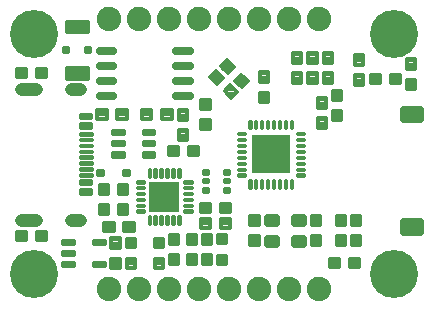
<source format=gbr>
G04 EAGLE Gerber RS-274X export*
G75*
%MOMM*%
%FSLAX34Y34*%
%LPD*%
%INSoldermask Top*%
%IPPOS*%
%AMOC8*
5,1,8,0,0,1.08239X$1,22.5*%
G01*
%ADD10C,0.376669*%
%ADD11C,2.076200*%
%ADD12C,0.438338*%
%ADD13C,0.403338*%
%ADD14C,0.338100*%
%ADD15C,0.263381*%
%ADD16R,3.226200X3.226200*%
%ADD17C,0.480059*%
%ADD18C,0.217281*%
%ADD19R,2.576200X2.576200*%
%ADD20C,0.623384*%
%ADD21C,0.501906*%
%ADD22C,1.076200*%
%ADD23C,0.225719*%
%ADD24C,0.378672*%
%ADD25C,0.776200*%
%ADD26C,0.411669*%
%ADD27C,4.076200*%
%ADD28C,0.405719*%


D10*
X95193Y-64712D02*
X87197Y-64712D01*
X87197Y-57716D01*
X95193Y-57716D01*
X95193Y-64712D01*
X95193Y-61133D02*
X87197Y-61133D01*
X104197Y-64712D02*
X112193Y-64712D01*
X104197Y-64712D02*
X104197Y-57716D01*
X112193Y-57716D01*
X112193Y-64712D01*
X112193Y-61133D02*
X104197Y-61133D01*
X312543Y60002D02*
X320539Y60002D01*
X312543Y60002D02*
X312543Y66998D01*
X320539Y66998D01*
X320539Y60002D01*
X320539Y63581D02*
X312543Y63581D01*
X329543Y60002D02*
X337539Y60002D01*
X329543Y60002D02*
X329543Y66998D01*
X337539Y66998D01*
X337539Y60002D01*
X337539Y63581D02*
X329543Y63581D01*
X210878Y-52018D02*
X210878Y-60014D01*
X210878Y-52018D02*
X217874Y-52018D01*
X217874Y-60014D01*
X210878Y-60014D01*
X210878Y-56435D02*
X217874Y-56435D01*
X217874Y-52856D02*
X210878Y-52856D01*
X210878Y-69018D02*
X210878Y-77014D01*
X210878Y-69018D02*
X217874Y-69018D01*
X217874Y-77014D01*
X210878Y-77014D01*
X210878Y-73435D02*
X217874Y-73435D01*
X217874Y-69856D02*
X210878Y-69856D01*
X294888Y-88450D02*
X302884Y-88450D01*
X302884Y-95446D01*
X294888Y-95446D01*
X294888Y-88450D01*
X294888Y-91867D02*
X302884Y-91867D01*
X285884Y-88450D02*
X277888Y-88450D01*
X285884Y-88450D02*
X285884Y-95446D01*
X277888Y-95446D01*
X277888Y-88450D01*
X277888Y-91867D02*
X285884Y-91867D01*
X21046Y65520D02*
X13050Y65520D01*
X13050Y72516D01*
X21046Y72516D01*
X21046Y65520D01*
X21046Y69099D02*
X13050Y69099D01*
X30050Y65520D02*
X38046Y65520D01*
X30050Y65520D02*
X30050Y72516D01*
X38046Y72516D01*
X38046Y65520D01*
X38046Y69099D02*
X30050Y69099D01*
X30061Y-65638D02*
X38057Y-65638D01*
X38057Y-72634D01*
X30061Y-72634D01*
X30061Y-65638D01*
X30061Y-69055D02*
X38057Y-69055D01*
X21057Y-65638D02*
X13061Y-65638D01*
X21057Y-65638D02*
X21057Y-72634D01*
X13061Y-72634D01*
X13061Y-65638D01*
X13061Y-69055D02*
X21057Y-69055D01*
X150426Y29235D02*
X150426Y37231D01*
X157422Y37231D01*
X157422Y29235D01*
X150426Y29235D01*
X150426Y32814D02*
X157422Y32814D01*
X157422Y36393D02*
X150426Y36393D01*
X150426Y20231D02*
X150426Y12235D01*
X150426Y20231D02*
X157422Y20231D01*
X157422Y12235D01*
X150426Y12235D01*
X150426Y15814D02*
X157422Y15814D01*
X157422Y19393D02*
X150426Y19393D01*
X144038Y37280D02*
X136042Y37280D01*
X144038Y37280D02*
X144038Y30284D01*
X136042Y30284D01*
X136042Y37280D01*
X136042Y33863D02*
X144038Y33863D01*
X127038Y37280D02*
X119042Y37280D01*
X127038Y37280D02*
X127038Y30284D01*
X119042Y30284D01*
X119042Y37280D01*
X119042Y33863D02*
X127038Y33863D01*
X269944Y-69018D02*
X269944Y-77014D01*
X262948Y-77014D01*
X262948Y-69018D01*
X269944Y-69018D01*
X269944Y-73435D02*
X262948Y-73435D01*
X262948Y-69856D02*
X269944Y-69856D01*
X269944Y-60014D02*
X269944Y-52018D01*
X269944Y-60014D02*
X262948Y-60014D01*
X262948Y-52018D01*
X269944Y-52018D01*
X269944Y-56435D02*
X262948Y-56435D01*
X262948Y-52856D02*
X269944Y-52856D01*
X157859Y-68147D02*
X157859Y-76143D01*
X157859Y-68147D02*
X164855Y-68147D01*
X164855Y-76143D01*
X157859Y-76143D01*
X157859Y-72564D02*
X164855Y-72564D01*
X164855Y-68985D02*
X157859Y-68985D01*
X157859Y-85147D02*
X157859Y-93143D01*
X157859Y-85147D02*
X164855Y-85147D01*
X164855Y-93143D01*
X157859Y-93143D01*
X157859Y-89564D02*
X164855Y-89564D01*
X164855Y-85985D02*
X157859Y-85985D01*
X275119Y22427D02*
X275119Y30423D01*
X275119Y22427D02*
X268123Y22427D01*
X268123Y30423D01*
X275119Y30423D01*
X275119Y26006D02*
X268123Y26006D01*
X268123Y29585D02*
X275119Y29585D01*
X275119Y39427D02*
X275119Y47423D01*
X275119Y39427D02*
X268123Y39427D01*
X268123Y47423D01*
X275119Y47423D01*
X275119Y43006D02*
X268123Y43006D01*
X268123Y46585D02*
X275119Y46585D01*
X106224Y37280D02*
X98228Y37280D01*
X106224Y37280D02*
X106224Y30284D01*
X98228Y30284D01*
X98228Y37280D01*
X98228Y33863D02*
X106224Y33863D01*
X89224Y37280D02*
X81228Y37280D01*
X89224Y37280D02*
X89224Y30284D01*
X81228Y30284D01*
X81228Y37280D01*
X81228Y33863D02*
X89224Y33863D01*
X287788Y36773D02*
X287788Y28777D01*
X280792Y28777D01*
X280792Y36773D01*
X287788Y36773D01*
X287788Y32356D02*
X280792Y32356D01*
X280792Y35935D02*
X287788Y35935D01*
X287788Y45777D02*
X287788Y53773D01*
X287788Y45777D02*
X280792Y45777D01*
X280792Y53773D01*
X287788Y53773D01*
X287788Y49356D02*
X280792Y49356D01*
X280792Y52935D02*
X287788Y52935D01*
D11*
X91440Y-114300D03*
X116840Y-114300D03*
X142240Y-114300D03*
X167640Y-114300D03*
X193040Y-114300D03*
X218440Y-114300D03*
X243840Y-114300D03*
X269240Y-114300D03*
X269240Y114300D03*
X243840Y114300D03*
X218440Y114300D03*
X193040Y114300D03*
X167640Y114300D03*
X142240Y114300D03*
X116840Y114300D03*
X91440Y114300D03*
D10*
X99537Y-25881D02*
X99537Y-33877D01*
X99537Y-25881D02*
X106533Y-25881D01*
X106533Y-33877D01*
X99537Y-33877D01*
X99537Y-30298D02*
X106533Y-30298D01*
X106533Y-26719D02*
X99537Y-26719D01*
X99537Y-42881D02*
X99537Y-50877D01*
X99537Y-42881D02*
X106533Y-42881D01*
X106533Y-50877D01*
X99537Y-50877D01*
X99537Y-47298D02*
X106533Y-47298D01*
X106533Y-43719D02*
X99537Y-43719D01*
X299397Y75940D02*
X299397Y83936D01*
X306393Y83936D01*
X306393Y75940D01*
X299397Y75940D01*
X299397Y79519D02*
X306393Y79519D01*
X306393Y83098D02*
X299397Y83098D01*
X299397Y66936D02*
X299397Y58940D01*
X299397Y66936D02*
X306393Y66936D01*
X306393Y58940D01*
X299397Y58940D01*
X299397Y62519D02*
X306393Y62519D01*
X306393Y66098D02*
X299397Y66098D01*
X343530Y72368D02*
X343530Y80364D01*
X350526Y80364D01*
X350526Y72368D01*
X343530Y72368D01*
X343530Y75947D02*
X350526Y75947D01*
X350526Y79526D02*
X343530Y79526D01*
X343530Y63364D02*
X343530Y55368D01*
X343530Y63364D02*
X350526Y63364D01*
X350526Y55368D01*
X343530Y55368D01*
X343530Y58947D02*
X350526Y58947D01*
X350526Y62526D02*
X343530Y62526D01*
X272854Y77527D02*
X272854Y85523D01*
X279850Y85523D01*
X279850Y77527D01*
X272854Y77527D01*
X272854Y81106D02*
X279850Y81106D01*
X279850Y84685D02*
X272854Y84685D01*
X272854Y68523D02*
X272854Y60527D01*
X272854Y68523D02*
X279850Y68523D01*
X279850Y60527D01*
X272854Y60527D01*
X272854Y64106D02*
X279850Y64106D01*
X279850Y67685D02*
X272854Y67685D01*
X266896Y68523D02*
X266896Y60527D01*
X259900Y60527D01*
X259900Y68523D01*
X266896Y68523D01*
X266896Y64106D02*
X259900Y64106D01*
X259900Y67685D02*
X266896Y67685D01*
X266896Y77527D02*
X266896Y85523D01*
X266896Y77527D02*
X259900Y77527D01*
X259900Y85523D01*
X266896Y85523D01*
X266896Y81106D02*
X259900Y81106D01*
X259900Y84685D02*
X266896Y84685D01*
X218736Y69327D02*
X218736Y61331D01*
X218736Y69327D02*
X225732Y69327D01*
X225732Y61331D01*
X218736Y61331D01*
X218736Y64910D02*
X225732Y64910D01*
X225732Y68489D02*
X218736Y68489D01*
X218736Y52327D02*
X218736Y44331D01*
X218736Y52327D02*
X225732Y52327D01*
X225732Y44331D01*
X218736Y44331D01*
X218736Y47910D02*
X225732Y47910D01*
X225732Y51489D02*
X218736Y51489D01*
X182555Y59818D02*
X176902Y65471D01*
X181849Y70418D01*
X187502Y64765D01*
X182555Y59818D01*
X186134Y63397D02*
X178976Y63397D01*
X178407Y66976D02*
X185291Y66976D01*
X188923Y53450D02*
X194576Y47797D01*
X188923Y53450D02*
X193870Y58397D01*
X199523Y52744D01*
X194576Y47797D01*
X198155Y51376D02*
X190997Y51376D01*
X190428Y54955D02*
X197312Y54955D01*
X191586Y68886D02*
X185933Y74539D01*
X190880Y79486D01*
X196533Y73833D01*
X191586Y68886D01*
X195165Y72465D02*
X188007Y72465D01*
X187438Y76044D02*
X194322Y76044D01*
X197953Y62519D02*
X203606Y56866D01*
X197953Y62519D02*
X202900Y67466D01*
X208553Y61813D01*
X203606Y56866D01*
X207185Y60445D02*
X200027Y60445D01*
X199458Y64024D02*
X206342Y64024D01*
X176759Y-49129D02*
X168763Y-49129D01*
X168763Y-42133D01*
X176759Y-42133D01*
X176759Y-49129D01*
X176759Y-45550D02*
X168763Y-45550D01*
X185763Y-49129D02*
X193759Y-49129D01*
X185763Y-49129D02*
X185763Y-42133D01*
X193759Y-42133D01*
X193759Y-49129D01*
X193759Y-45550D02*
X185763Y-45550D01*
X176810Y-62089D02*
X168814Y-62089D01*
X168814Y-55093D01*
X176810Y-55093D01*
X176810Y-62089D01*
X176810Y-58510D02*
X168814Y-58510D01*
X185814Y-62089D02*
X193810Y-62089D01*
X185814Y-62089D02*
X185814Y-55093D01*
X193810Y-55093D01*
X193810Y-62089D01*
X193810Y-58510D02*
X185814Y-58510D01*
X177488Y-85147D02*
X177488Y-93143D01*
X170492Y-93143D01*
X170492Y-85147D01*
X177488Y-85147D01*
X177488Y-89564D02*
X170492Y-89564D01*
X170492Y-85985D02*
X177488Y-85985D01*
X177488Y-76143D02*
X177488Y-68147D01*
X177488Y-76143D02*
X170492Y-76143D01*
X170492Y-68147D01*
X177488Y-68147D01*
X177488Y-72564D02*
X170492Y-72564D01*
X170492Y-68985D02*
X177488Y-68985D01*
X290963Y-69008D02*
X290963Y-77004D01*
X283967Y-77004D01*
X283967Y-69008D01*
X290963Y-69008D01*
X290963Y-73425D02*
X283967Y-73425D01*
X283967Y-69846D02*
X290963Y-69846D01*
X290963Y-60004D02*
X290963Y-52008D01*
X290963Y-60004D02*
X283967Y-60004D01*
X283967Y-52008D01*
X290963Y-52008D01*
X290963Y-56425D02*
X283967Y-56425D01*
X283967Y-52846D02*
X290963Y-52846D01*
X176253Y21383D02*
X176253Y29379D01*
X176253Y21383D02*
X169257Y21383D01*
X169257Y29379D01*
X176253Y29379D01*
X176253Y24962D02*
X169257Y24962D01*
X169257Y28541D02*
X176253Y28541D01*
X176253Y38383D02*
X176253Y46379D01*
X176253Y38383D02*
X169257Y38383D01*
X169257Y46379D01*
X176253Y46379D01*
X176253Y41962D02*
X169257Y41962D01*
X169257Y45541D02*
X176253Y45541D01*
X253688Y60527D02*
X253688Y68523D01*
X253688Y60527D02*
X246692Y60527D01*
X246692Y68523D01*
X253688Y68523D01*
X253688Y64106D02*
X246692Y64106D01*
X246692Y67685D02*
X253688Y67685D01*
X253688Y77527D02*
X253688Y85523D01*
X253688Y77527D02*
X246692Y77527D01*
X246692Y85523D01*
X253688Y85523D01*
X253688Y81106D02*
X246692Y81106D01*
X246692Y84685D02*
X253688Y84685D01*
X296952Y-52008D02*
X296952Y-60004D01*
X296952Y-52008D02*
X303948Y-52008D01*
X303948Y-60004D01*
X296952Y-60004D01*
X296952Y-56425D02*
X303948Y-56425D01*
X303948Y-52846D02*
X296952Y-52846D01*
X296952Y-69008D02*
X296952Y-77004D01*
X296952Y-69008D02*
X303948Y-69008D01*
X303948Y-77004D01*
X296952Y-77004D01*
X296952Y-73425D02*
X303948Y-73425D01*
X303948Y-69846D02*
X296952Y-69846D01*
D12*
X52405Y-73126D02*
X52405Y-75006D01*
X52405Y-73126D02*
X60785Y-73126D01*
X60785Y-75006D01*
X52405Y-75006D01*
X52405Y-82626D02*
X52405Y-84506D01*
X52405Y-82626D02*
X60785Y-82626D01*
X60785Y-84506D01*
X52405Y-84506D01*
X52405Y-92126D02*
X52405Y-94006D01*
X52405Y-92126D02*
X60785Y-92126D01*
X60785Y-94006D01*
X52405Y-94006D01*
X78407Y-94006D02*
X78407Y-92126D01*
X86787Y-92126D01*
X86787Y-94006D01*
X78407Y-94006D01*
X78407Y-75006D02*
X78407Y-73126D01*
X86787Y-73126D01*
X86787Y-75006D01*
X78407Y-75006D01*
D13*
X192214Y-30831D02*
X192214Y-29101D01*
X192214Y-30831D02*
X189642Y-30831D01*
X189642Y-29101D01*
X192214Y-29101D01*
D14*
X192540Y-23157D02*
X192540Y-21775D01*
X192540Y-23157D02*
X189316Y-23157D01*
X189316Y-21775D01*
X192540Y-21775D01*
D13*
X192214Y-15831D02*
X192214Y-14101D01*
X192214Y-15831D02*
X189642Y-15831D01*
X189642Y-14101D01*
X192214Y-14101D01*
X174214Y-14101D02*
X174214Y-15831D01*
X171642Y-15831D01*
X171642Y-14101D01*
X174214Y-14101D01*
D14*
X174540Y-21775D02*
X174540Y-23157D01*
X171316Y-23157D01*
X171316Y-21775D01*
X174540Y-21775D01*
D13*
X174214Y-29101D02*
X174214Y-30831D01*
X171642Y-30831D01*
X171642Y-29101D01*
X174214Y-29101D01*
D15*
X249901Y-17013D02*
X256029Y-17013D01*
X256029Y-17987D01*
X249901Y-17987D01*
X249901Y-17013D01*
X249901Y-12013D02*
X256029Y-12013D01*
X256029Y-12987D01*
X249901Y-12987D01*
X249901Y-12013D01*
X249901Y-7013D02*
X256029Y-7013D01*
X256029Y-7987D01*
X249901Y-7987D01*
X249901Y-7013D01*
X249901Y-2013D02*
X256029Y-2013D01*
X256029Y-2987D01*
X249901Y-2987D01*
X249901Y-2013D01*
X249901Y2987D02*
X256029Y2987D01*
X256029Y2013D01*
X249901Y2013D01*
X249901Y2987D01*
X249901Y7987D02*
X256029Y7987D01*
X256029Y7013D01*
X249901Y7013D01*
X249901Y7987D01*
X249901Y12987D02*
X256029Y12987D01*
X256029Y12013D01*
X249901Y12013D01*
X249901Y12987D01*
X249901Y17987D02*
X256029Y17987D01*
X256029Y17013D01*
X249901Y17013D01*
X249901Y17987D01*
X244978Y21936D02*
X244978Y28064D01*
X245952Y28064D01*
X245952Y21936D01*
X244978Y21936D01*
X244978Y24438D02*
X245952Y24438D01*
X245952Y26940D02*
X244978Y26940D01*
X239978Y28064D02*
X239978Y21936D01*
X239978Y28064D02*
X240952Y28064D01*
X240952Y21936D01*
X239978Y21936D01*
X239978Y24438D02*
X240952Y24438D01*
X240952Y26940D02*
X239978Y26940D01*
X234978Y28064D02*
X234978Y21936D01*
X234978Y28064D02*
X235952Y28064D01*
X235952Y21936D01*
X234978Y21936D01*
X234978Y24438D02*
X235952Y24438D01*
X235952Y26940D02*
X234978Y26940D01*
X229978Y28064D02*
X229978Y21936D01*
X229978Y28064D02*
X230952Y28064D01*
X230952Y21936D01*
X229978Y21936D01*
X229978Y24438D02*
X230952Y24438D01*
X230952Y26940D02*
X229978Y26940D01*
X224978Y28064D02*
X224978Y21936D01*
X224978Y28064D02*
X225952Y28064D01*
X225952Y21936D01*
X224978Y21936D01*
X224978Y24438D02*
X225952Y24438D01*
X225952Y26940D02*
X224978Y26940D01*
X219978Y28064D02*
X219978Y21936D01*
X219978Y28064D02*
X220952Y28064D01*
X220952Y21936D01*
X219978Y21936D01*
X219978Y24438D02*
X220952Y24438D01*
X220952Y26940D02*
X219978Y26940D01*
X214978Y28064D02*
X214978Y21936D01*
X214978Y28064D02*
X215952Y28064D01*
X215952Y21936D01*
X214978Y21936D01*
X214978Y24438D02*
X215952Y24438D01*
X215952Y26940D02*
X214978Y26940D01*
X209978Y28064D02*
X209978Y21936D01*
X209978Y28064D02*
X210952Y28064D01*
X210952Y21936D01*
X209978Y21936D01*
X209978Y24438D02*
X210952Y24438D01*
X210952Y26940D02*
X209978Y26940D01*
X206029Y17013D02*
X199901Y17013D01*
X199901Y17987D01*
X206029Y17987D01*
X206029Y17013D01*
X206029Y12013D02*
X199901Y12013D01*
X199901Y12987D01*
X206029Y12987D01*
X206029Y12013D01*
X206029Y7013D02*
X199901Y7013D01*
X199901Y7987D01*
X206029Y7987D01*
X206029Y7013D01*
X206029Y2013D02*
X199901Y2013D01*
X199901Y2987D01*
X206029Y2987D01*
X206029Y2013D01*
X206029Y-2987D02*
X199901Y-2987D01*
X199901Y-2013D01*
X206029Y-2013D01*
X206029Y-2987D01*
X206029Y-7987D02*
X199901Y-7987D01*
X199901Y-7013D01*
X206029Y-7013D01*
X206029Y-7987D01*
X206029Y-12987D02*
X199901Y-12987D01*
X199901Y-12013D01*
X206029Y-12013D01*
X206029Y-12987D01*
X206029Y-17987D02*
X199901Y-17987D01*
X199901Y-17013D01*
X206029Y-17013D01*
X206029Y-17987D01*
X210952Y-21936D02*
X210952Y-28064D01*
X209978Y-28064D01*
X209978Y-21936D01*
X210952Y-21936D01*
X210952Y-25562D02*
X209978Y-25562D01*
X209978Y-23060D02*
X210952Y-23060D01*
X215952Y-21936D02*
X215952Y-28064D01*
X214978Y-28064D01*
X214978Y-21936D01*
X215952Y-21936D01*
X215952Y-25562D02*
X214978Y-25562D01*
X214978Y-23060D02*
X215952Y-23060D01*
X220952Y-21936D02*
X220952Y-28064D01*
X219978Y-28064D01*
X219978Y-21936D01*
X220952Y-21936D01*
X220952Y-25562D02*
X219978Y-25562D01*
X219978Y-23060D02*
X220952Y-23060D01*
X225952Y-21936D02*
X225952Y-28064D01*
X224978Y-28064D01*
X224978Y-21936D01*
X225952Y-21936D01*
X225952Y-25562D02*
X224978Y-25562D01*
X224978Y-23060D02*
X225952Y-23060D01*
X230952Y-21936D02*
X230952Y-28064D01*
X229978Y-28064D01*
X229978Y-21936D01*
X230952Y-21936D01*
X230952Y-25562D02*
X229978Y-25562D01*
X229978Y-23060D02*
X230952Y-23060D01*
X235952Y-21936D02*
X235952Y-28064D01*
X234978Y-28064D01*
X234978Y-21936D01*
X235952Y-21936D01*
X235952Y-25562D02*
X234978Y-25562D01*
X234978Y-23060D02*
X235952Y-23060D01*
X240952Y-21936D02*
X240952Y-28064D01*
X239978Y-28064D01*
X239978Y-21936D01*
X240952Y-21936D01*
X240952Y-25562D02*
X239978Y-25562D01*
X239978Y-23060D02*
X240952Y-23060D01*
X245952Y-21936D02*
X245952Y-28064D01*
X244978Y-28064D01*
X244978Y-21936D01*
X245952Y-21936D01*
X245952Y-25562D02*
X244978Y-25562D01*
X244978Y-23060D02*
X245952Y-23060D01*
D16*
X227965Y0D03*
D17*
X82244Y86563D02*
X82244Y88621D01*
X95224Y88621D01*
X95224Y86563D01*
X82244Y86563D01*
X82244Y75921D02*
X82244Y73863D01*
X82244Y75921D02*
X95224Y75921D01*
X95224Y73863D01*
X82244Y73863D01*
X82244Y63221D02*
X82244Y61163D01*
X82244Y63221D02*
X95224Y63221D01*
X95224Y61163D01*
X82244Y61163D01*
X82244Y50521D02*
X82244Y48463D01*
X82244Y50521D02*
X95224Y50521D01*
X95224Y48463D01*
X82244Y48463D01*
X147268Y48463D02*
X147268Y50521D01*
X160248Y50521D01*
X160248Y48463D01*
X147268Y48463D01*
X147268Y61163D02*
X147268Y63221D01*
X160248Y63221D01*
X160248Y61163D01*
X147268Y61163D01*
X147268Y73863D02*
X147268Y75921D01*
X160248Y75921D01*
X160248Y73863D01*
X147268Y73863D01*
X147268Y86563D02*
X147268Y88621D01*
X160248Y88621D01*
X160248Y86563D01*
X147268Y86563D01*
D18*
X150927Y-12392D02*
X150927Y-18982D01*
X149537Y-18982D01*
X149537Y-12392D01*
X150927Y-12392D01*
X150927Y-16918D02*
X149537Y-16918D01*
X149537Y-14854D02*
X150927Y-14854D01*
X150927Y-12790D02*
X149537Y-12790D01*
X145927Y-12392D02*
X145927Y-18982D01*
X144537Y-18982D01*
X144537Y-12392D01*
X145927Y-12392D01*
X145927Y-16918D02*
X144537Y-16918D01*
X144537Y-14854D02*
X145927Y-14854D01*
X145927Y-12790D02*
X144537Y-12790D01*
X140927Y-12392D02*
X140927Y-18982D01*
X139537Y-18982D01*
X139537Y-12392D01*
X140927Y-12392D01*
X140927Y-16918D02*
X139537Y-16918D01*
X139537Y-14854D02*
X140927Y-14854D01*
X140927Y-12790D02*
X139537Y-12790D01*
X135927Y-12392D02*
X135927Y-18982D01*
X134537Y-18982D01*
X134537Y-12392D01*
X135927Y-12392D01*
X135927Y-16918D02*
X134537Y-16918D01*
X134537Y-14854D02*
X135927Y-14854D01*
X135927Y-12790D02*
X134537Y-12790D01*
X130927Y-12392D02*
X130927Y-18982D01*
X129537Y-18982D01*
X129537Y-12392D01*
X130927Y-12392D01*
X130927Y-16918D02*
X129537Y-16918D01*
X129537Y-14854D02*
X130927Y-14854D01*
X130927Y-12790D02*
X129537Y-12790D01*
X125927Y-12392D02*
X125927Y-18982D01*
X124537Y-18982D01*
X124537Y-12392D01*
X125927Y-12392D01*
X125927Y-16918D02*
X124537Y-16918D01*
X124537Y-14854D02*
X125927Y-14854D01*
X125927Y-12790D02*
X124537Y-12790D01*
X121027Y-23882D02*
X114437Y-23882D01*
X114437Y-22492D01*
X121027Y-22492D01*
X121027Y-23882D01*
X121027Y-28882D02*
X114437Y-28882D01*
X114437Y-27492D01*
X121027Y-27492D01*
X121027Y-28882D01*
X121027Y-33882D02*
X114437Y-33882D01*
X114437Y-32492D01*
X121027Y-32492D01*
X121027Y-33882D01*
X121027Y-38882D02*
X114437Y-38882D01*
X114437Y-37492D01*
X121027Y-37492D01*
X121027Y-38882D01*
X121027Y-43882D02*
X114437Y-43882D01*
X114437Y-42492D01*
X121027Y-42492D01*
X121027Y-43882D01*
X121027Y-48882D02*
X114437Y-48882D01*
X114437Y-47492D01*
X121027Y-47492D01*
X121027Y-48882D01*
X124537Y-52392D02*
X124537Y-58982D01*
X124537Y-52392D02*
X125927Y-52392D01*
X125927Y-58982D01*
X124537Y-58982D01*
X124537Y-56918D02*
X125927Y-56918D01*
X125927Y-54854D02*
X124537Y-54854D01*
X124537Y-52790D02*
X125927Y-52790D01*
X129537Y-52392D02*
X129537Y-58982D01*
X129537Y-52392D02*
X130927Y-52392D01*
X130927Y-58982D01*
X129537Y-58982D01*
X129537Y-56918D02*
X130927Y-56918D01*
X130927Y-54854D02*
X129537Y-54854D01*
X129537Y-52790D02*
X130927Y-52790D01*
X134537Y-52392D02*
X134537Y-58982D01*
X134537Y-52392D02*
X135927Y-52392D01*
X135927Y-58982D01*
X134537Y-58982D01*
X134537Y-56918D02*
X135927Y-56918D01*
X135927Y-54854D02*
X134537Y-54854D01*
X134537Y-52790D02*
X135927Y-52790D01*
X139537Y-52392D02*
X139537Y-58982D01*
X139537Y-52392D02*
X140927Y-52392D01*
X140927Y-58982D01*
X139537Y-58982D01*
X139537Y-56918D02*
X140927Y-56918D01*
X140927Y-54854D02*
X139537Y-54854D01*
X139537Y-52790D02*
X140927Y-52790D01*
X144537Y-52392D02*
X144537Y-58982D01*
X144537Y-52392D02*
X145927Y-52392D01*
X145927Y-58982D01*
X144537Y-58982D01*
X144537Y-56918D02*
X145927Y-56918D01*
X145927Y-54854D02*
X144537Y-54854D01*
X144537Y-52790D02*
X145927Y-52790D01*
X149537Y-52392D02*
X149537Y-58982D01*
X149537Y-52392D02*
X150927Y-52392D01*
X150927Y-58982D01*
X149537Y-58982D01*
X149537Y-56918D02*
X150927Y-56918D01*
X150927Y-54854D02*
X149537Y-54854D01*
X149537Y-52790D02*
X150927Y-52790D01*
X154437Y-47492D02*
X161027Y-47492D01*
X161027Y-48882D01*
X154437Y-48882D01*
X154437Y-47492D01*
X154437Y-42492D02*
X161027Y-42492D01*
X161027Y-43882D01*
X154437Y-43882D01*
X154437Y-42492D01*
X154437Y-37492D02*
X161027Y-37492D01*
X161027Y-38882D01*
X154437Y-38882D01*
X154437Y-37492D01*
X154437Y-32492D02*
X161027Y-32492D01*
X161027Y-33882D01*
X154437Y-33882D01*
X154437Y-32492D01*
X154437Y-27492D02*
X161027Y-27492D01*
X161027Y-28882D01*
X154437Y-28882D01*
X154437Y-27492D01*
X154437Y-22492D02*
X161027Y-22492D01*
X161027Y-23882D01*
X154437Y-23882D01*
X154437Y-22492D01*
D19*
X137732Y-35687D03*
D20*
X225020Y-58280D02*
X232548Y-58280D01*
X225020Y-58280D02*
X225020Y-52752D01*
X232548Y-52752D01*
X232548Y-58280D01*
X248020Y-76280D02*
X255548Y-76280D01*
X248020Y-76280D02*
X248020Y-70752D01*
X255548Y-70752D01*
X255548Y-76280D01*
X255548Y-58280D02*
X248020Y-58280D01*
X248020Y-52752D01*
X255548Y-52752D01*
X255548Y-58280D01*
X232548Y-76280D02*
X225020Y-76280D01*
X225020Y-70752D01*
X232548Y-70752D01*
X232548Y-76280D01*
D21*
X339664Y28690D02*
X339664Y38434D01*
X355408Y38434D01*
X355408Y28690D01*
X339664Y28690D01*
X339664Y33458D02*
X355408Y33458D01*
X355408Y38226D02*
X339664Y38226D01*
X339664Y-56566D02*
X339664Y-66310D01*
X339664Y-56566D02*
X355408Y-56566D01*
X355408Y-66310D01*
X339664Y-66310D01*
X339664Y-61542D02*
X355408Y-61542D01*
X355408Y-56774D02*
X339664Y-56774D01*
D22*
X66865Y55750D02*
X58865Y55750D01*
X28865Y55750D02*
X16865Y55750D01*
D23*
X66512Y8253D02*
X66512Y6747D01*
X66512Y8253D02*
X76518Y8253D01*
X76518Y6747D01*
X66512Y6747D01*
X66512Y3253D02*
X66512Y1747D01*
X66512Y3253D02*
X76518Y3253D01*
X76518Y1747D01*
X66512Y1747D01*
X66512Y-1747D02*
X66512Y-3253D01*
X66512Y-1747D02*
X76518Y-1747D01*
X76518Y-3253D01*
X66512Y-3253D01*
X66512Y-6747D02*
X66512Y-8253D01*
X66512Y-6747D02*
X76518Y-6747D01*
X76518Y-8253D01*
X66512Y-8253D01*
X66512Y11747D02*
X66512Y13253D01*
X76518Y13253D01*
X76518Y11747D01*
X66512Y11747D01*
X66512Y16747D02*
X66512Y18253D01*
X76518Y18253D01*
X76518Y16747D01*
X66512Y16747D01*
X66512Y-11747D02*
X66512Y-13253D01*
X66512Y-11747D02*
X76518Y-11747D01*
X76518Y-13253D01*
X66512Y-13253D01*
X66512Y-16747D02*
X66512Y-18253D01*
X66512Y-16747D02*
X76518Y-16747D01*
X76518Y-18253D01*
X66512Y-18253D01*
D24*
X67277Y22512D02*
X67277Y25488D01*
X75753Y25488D01*
X75753Y22512D01*
X67277Y22512D01*
X67277Y30512D02*
X67277Y33488D01*
X75753Y33488D01*
X75753Y30512D01*
X67277Y30512D01*
X67277Y-22512D02*
X67277Y-25488D01*
X67277Y-22512D02*
X75753Y-22512D01*
X75753Y-25488D01*
X67277Y-25488D01*
X67277Y-30512D02*
X67277Y-33488D01*
X67277Y-30512D02*
X75753Y-30512D01*
X75753Y-33488D01*
X67277Y-33488D01*
D22*
X66865Y-55750D02*
X58865Y-55750D01*
X28865Y-55750D02*
X16865Y-55750D01*
D10*
X83370Y-33725D02*
X83370Y-25729D01*
X90366Y-25729D01*
X90366Y-33725D01*
X83370Y-33725D01*
X83370Y-30146D02*
X90366Y-30146D01*
X90366Y-26567D02*
X83370Y-26567D01*
X83370Y-42729D02*
X83370Y-50725D01*
X83370Y-42729D02*
X90366Y-42729D01*
X90366Y-50725D01*
X83370Y-50725D01*
X83370Y-47146D02*
X90366Y-47146D01*
X90366Y-43567D02*
X83370Y-43567D01*
D25*
X73056Y88392D03*
X55056Y88392D03*
D26*
X55733Y104069D02*
X72379Y104069D01*
X55733Y104069D02*
X55733Y111715D01*
X72379Y111715D01*
X72379Y104069D01*
X72379Y107980D02*
X55733Y107980D01*
X55733Y65069D02*
X72379Y65069D01*
X55733Y65069D02*
X55733Y72715D01*
X72379Y72715D01*
X72379Y65069D01*
X72379Y68980D02*
X55733Y68980D01*
D10*
X183192Y-85881D02*
X190188Y-85881D01*
X190188Y-92877D01*
X183192Y-92877D01*
X183192Y-85881D01*
X183192Y-89298D02*
X190188Y-89298D01*
X190188Y-68341D02*
X183192Y-68341D01*
X190188Y-68341D02*
X190188Y-75337D01*
X183192Y-75337D01*
X183192Y-68341D01*
X183192Y-71758D02*
X190188Y-71758D01*
D27*
X27940Y101600D03*
X27940Y-101600D03*
X332740Y-101600D03*
X332740Y101600D03*
D28*
X106841Y-14268D02*
X104135Y-14268D01*
X106841Y-14268D02*
X106841Y-16974D01*
X104135Y-16974D01*
X104135Y-14268D01*
X84841Y-14268D02*
X82135Y-14268D01*
X84841Y-14268D02*
X84841Y-16974D01*
X82135Y-16974D01*
X82135Y-14268D01*
D10*
X149802Y-85147D02*
X149802Y-93143D01*
X142806Y-93143D01*
X142806Y-85147D01*
X149802Y-85147D01*
X149802Y-89564D02*
X142806Y-89564D01*
X142806Y-85985D02*
X149802Y-85985D01*
X149802Y-76143D02*
X149802Y-68147D01*
X149802Y-76143D02*
X142806Y-76143D01*
X142806Y-68147D01*
X149802Y-68147D01*
X149802Y-72564D02*
X142806Y-72564D01*
X142806Y-68985D02*
X149802Y-68985D01*
X136975Y-78421D02*
X129979Y-78421D01*
X129979Y-71425D01*
X136975Y-71425D01*
X136975Y-78421D01*
X136975Y-74842D02*
X129979Y-74842D01*
X129979Y-95961D02*
X136975Y-95961D01*
X129979Y-95961D02*
X129979Y-88965D01*
X136975Y-88965D01*
X136975Y-95961D01*
X136975Y-92382D02*
X129979Y-92382D01*
X93022Y-79191D02*
X93022Y-71195D01*
X100018Y-71195D01*
X100018Y-79191D01*
X93022Y-79191D01*
X93022Y-75612D02*
X100018Y-75612D01*
X100018Y-72033D02*
X93022Y-72033D01*
X93022Y-88195D02*
X93022Y-96191D01*
X93022Y-88195D02*
X100018Y-88195D01*
X100018Y-96191D01*
X93022Y-96191D01*
X93022Y-92612D02*
X100018Y-92612D01*
X100018Y-89033D02*
X93022Y-89033D01*
X105976Y-78294D02*
X112972Y-78294D01*
X105976Y-78294D02*
X105976Y-71298D01*
X112972Y-71298D01*
X112972Y-78294D01*
X112972Y-74715D02*
X105976Y-74715D01*
X105976Y-95834D02*
X112972Y-95834D01*
X105976Y-95834D02*
X105976Y-88838D01*
X112972Y-88838D01*
X112972Y-95834D01*
X112972Y-92255D02*
X105976Y-92255D01*
X141807Y-577D02*
X149803Y-577D01*
X141807Y-577D02*
X141807Y6419D01*
X149803Y6419D01*
X149803Y-577D01*
X149803Y3002D02*
X141807Y3002D01*
X158807Y-577D02*
X166803Y-577D01*
X158807Y-577D02*
X158807Y6419D01*
X166803Y6419D01*
X166803Y-577D01*
X166803Y3002D02*
X158807Y3002D01*
D12*
X128697Y838D02*
X128697Y-1042D01*
X120317Y-1042D01*
X120317Y838D01*
X128697Y838D01*
X128697Y8458D02*
X128697Y10338D01*
X128697Y8458D02*
X120317Y8458D01*
X120317Y10338D01*
X128697Y10338D01*
X128697Y17958D02*
X128697Y19838D01*
X128697Y17958D02*
X120317Y17958D01*
X120317Y19838D01*
X128697Y19838D01*
X102695Y19838D02*
X102695Y17958D01*
X94315Y17958D01*
X94315Y19838D01*
X102695Y19838D01*
X102695Y838D02*
X102695Y-1042D01*
X94315Y-1042D01*
X94315Y838D01*
X102695Y838D01*
X94315Y8458D02*
X94315Y10338D01*
X102695Y10338D01*
X102695Y8458D01*
X94315Y8458D01*
M02*

</source>
